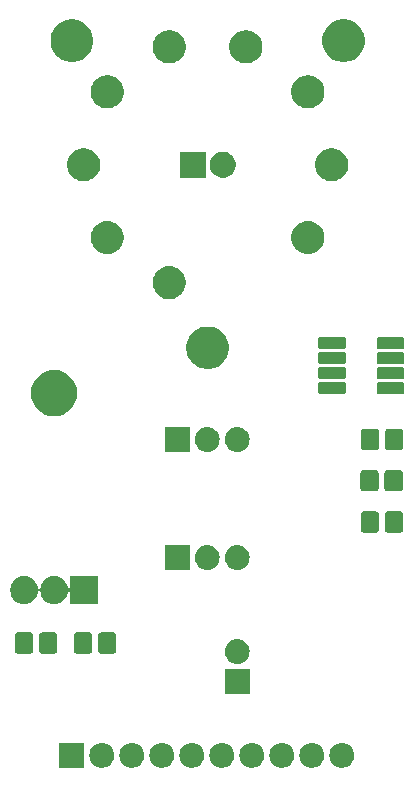
<source format=gts>
G04 #@! TF.GenerationSoftware,KiCad,Pcbnew,(5.0.2)-1*
G04 #@! TF.CreationDate,2019-04-04T16:33:41+02:00*
G04 #@! TF.ProjectId,Corona_tubeBoard,436f726f-6e61-45f7-9475-6265426f6172,1*
G04 #@! TF.SameCoordinates,Original*
G04 #@! TF.FileFunction,Soldermask,Top*
G04 #@! TF.FilePolarity,Negative*
%FSLAX46Y46*%
G04 Gerber Fmt 4.6, Leading zero omitted, Abs format (unit mm)*
G04 Created by KiCad (PCBNEW (5.0.2)-1) date 04/04/2019 16:33:41*
%MOMM*%
%LPD*%
G01*
G04 APERTURE LIST*
%ADD10C,0.100000*%
G04 APERTURE END LIST*
D10*
G36*
X30488707Y-62957597D02*
X30565836Y-62965193D01*
X30697787Y-63005220D01*
X30763763Y-63025233D01*
X30946172Y-63122733D01*
X31106054Y-63253946D01*
X31237267Y-63413828D01*
X31334767Y-63596237D01*
X31334767Y-63596238D01*
X31394807Y-63794164D01*
X31415080Y-64000000D01*
X31394807Y-64205836D01*
X31354780Y-64337787D01*
X31334767Y-64403763D01*
X31237267Y-64586172D01*
X31106054Y-64746054D01*
X30946172Y-64877267D01*
X30763763Y-64974767D01*
X30697787Y-64994780D01*
X30565836Y-65034807D01*
X30488707Y-65042404D01*
X30411580Y-65050000D01*
X30308420Y-65050000D01*
X30231293Y-65042404D01*
X30154164Y-65034807D01*
X30022213Y-64994780D01*
X29956237Y-64974767D01*
X29773828Y-64877267D01*
X29613946Y-64746054D01*
X29482733Y-64586172D01*
X29385233Y-64403763D01*
X29365220Y-64337787D01*
X29325193Y-64205836D01*
X29304920Y-64000000D01*
X29325193Y-63794164D01*
X29385233Y-63596238D01*
X29385233Y-63596237D01*
X29482733Y-63413828D01*
X29613946Y-63253946D01*
X29773828Y-63122733D01*
X29956237Y-63025233D01*
X30022213Y-63005220D01*
X30154164Y-62965193D01*
X30231293Y-62957597D01*
X30308420Y-62950000D01*
X30411580Y-62950000D01*
X30488707Y-62957597D01*
X30488707Y-62957597D01*
G37*
G36*
X27948707Y-62957597D02*
X28025836Y-62965193D01*
X28157787Y-63005220D01*
X28223763Y-63025233D01*
X28406172Y-63122733D01*
X28566054Y-63253946D01*
X28697267Y-63413828D01*
X28794767Y-63596237D01*
X28794767Y-63596238D01*
X28854807Y-63794164D01*
X28875080Y-64000000D01*
X28854807Y-64205836D01*
X28814780Y-64337787D01*
X28794767Y-64403763D01*
X28697267Y-64586172D01*
X28566054Y-64746054D01*
X28406172Y-64877267D01*
X28223763Y-64974767D01*
X28157787Y-64994780D01*
X28025836Y-65034807D01*
X27948707Y-65042404D01*
X27871580Y-65050000D01*
X27768420Y-65050000D01*
X27691293Y-65042404D01*
X27614164Y-65034807D01*
X27482213Y-64994780D01*
X27416237Y-64974767D01*
X27233828Y-64877267D01*
X27073946Y-64746054D01*
X26942733Y-64586172D01*
X26845233Y-64403763D01*
X26825220Y-64337787D01*
X26785193Y-64205836D01*
X26764920Y-64000000D01*
X26785193Y-63794164D01*
X26845233Y-63596238D01*
X26845233Y-63596237D01*
X26942733Y-63413828D01*
X27073946Y-63253946D01*
X27233828Y-63122733D01*
X27416237Y-63025233D01*
X27482213Y-63005220D01*
X27614164Y-62965193D01*
X27691293Y-62957597D01*
X27768420Y-62950000D01*
X27871580Y-62950000D01*
X27948707Y-62957597D01*
X27948707Y-62957597D01*
G37*
G36*
X25408707Y-62957597D02*
X25485836Y-62965193D01*
X25617787Y-63005220D01*
X25683763Y-63025233D01*
X25866172Y-63122733D01*
X26026054Y-63253946D01*
X26157267Y-63413828D01*
X26254767Y-63596237D01*
X26254767Y-63596238D01*
X26314807Y-63794164D01*
X26335080Y-64000000D01*
X26314807Y-64205836D01*
X26274780Y-64337787D01*
X26254767Y-64403763D01*
X26157267Y-64586172D01*
X26026054Y-64746054D01*
X25866172Y-64877267D01*
X25683763Y-64974767D01*
X25617787Y-64994780D01*
X25485836Y-65034807D01*
X25408707Y-65042404D01*
X25331580Y-65050000D01*
X25228420Y-65050000D01*
X25151293Y-65042404D01*
X25074164Y-65034807D01*
X24942213Y-64994780D01*
X24876237Y-64974767D01*
X24693828Y-64877267D01*
X24533946Y-64746054D01*
X24402733Y-64586172D01*
X24305233Y-64403763D01*
X24285220Y-64337787D01*
X24245193Y-64205836D01*
X24224920Y-64000000D01*
X24245193Y-63794164D01*
X24305233Y-63596238D01*
X24305233Y-63596237D01*
X24402733Y-63413828D01*
X24533946Y-63253946D01*
X24693828Y-63122733D01*
X24876237Y-63025233D01*
X24942213Y-63005220D01*
X25074164Y-62965193D01*
X25151293Y-62957597D01*
X25228420Y-62950000D01*
X25331580Y-62950000D01*
X25408707Y-62957597D01*
X25408707Y-62957597D01*
G37*
G36*
X22868707Y-62957597D02*
X22945836Y-62965193D01*
X23077787Y-63005220D01*
X23143763Y-63025233D01*
X23326172Y-63122733D01*
X23486054Y-63253946D01*
X23617267Y-63413828D01*
X23714767Y-63596237D01*
X23714767Y-63596238D01*
X23774807Y-63794164D01*
X23795080Y-64000000D01*
X23774807Y-64205836D01*
X23734780Y-64337787D01*
X23714767Y-64403763D01*
X23617267Y-64586172D01*
X23486054Y-64746054D01*
X23326172Y-64877267D01*
X23143763Y-64974767D01*
X23077787Y-64994780D01*
X22945836Y-65034807D01*
X22868707Y-65042404D01*
X22791580Y-65050000D01*
X22688420Y-65050000D01*
X22611293Y-65042404D01*
X22534164Y-65034807D01*
X22402213Y-64994780D01*
X22336237Y-64974767D01*
X22153828Y-64877267D01*
X21993946Y-64746054D01*
X21862733Y-64586172D01*
X21765233Y-64403763D01*
X21745220Y-64337787D01*
X21705193Y-64205836D01*
X21684920Y-64000000D01*
X21705193Y-63794164D01*
X21765233Y-63596238D01*
X21765233Y-63596237D01*
X21862733Y-63413828D01*
X21993946Y-63253946D01*
X22153828Y-63122733D01*
X22336237Y-63025233D01*
X22402213Y-63005220D01*
X22534164Y-62965193D01*
X22611293Y-62957597D01*
X22688420Y-62950000D01*
X22791580Y-62950000D01*
X22868707Y-62957597D01*
X22868707Y-62957597D01*
G37*
G36*
X20328707Y-62957597D02*
X20405836Y-62965193D01*
X20537787Y-63005220D01*
X20603763Y-63025233D01*
X20786172Y-63122733D01*
X20946054Y-63253946D01*
X21077267Y-63413828D01*
X21174767Y-63596237D01*
X21174767Y-63596238D01*
X21234807Y-63794164D01*
X21255080Y-64000000D01*
X21234807Y-64205836D01*
X21194780Y-64337787D01*
X21174767Y-64403763D01*
X21077267Y-64586172D01*
X20946054Y-64746054D01*
X20786172Y-64877267D01*
X20603763Y-64974767D01*
X20537787Y-64994780D01*
X20405836Y-65034807D01*
X20328707Y-65042404D01*
X20251580Y-65050000D01*
X20148420Y-65050000D01*
X20071293Y-65042404D01*
X19994164Y-65034807D01*
X19862213Y-64994780D01*
X19796237Y-64974767D01*
X19613828Y-64877267D01*
X19453946Y-64746054D01*
X19322733Y-64586172D01*
X19225233Y-64403763D01*
X19205220Y-64337787D01*
X19165193Y-64205836D01*
X19144920Y-64000000D01*
X19165193Y-63794164D01*
X19225233Y-63596238D01*
X19225233Y-63596237D01*
X19322733Y-63413828D01*
X19453946Y-63253946D01*
X19613828Y-63122733D01*
X19796237Y-63025233D01*
X19862213Y-63005220D01*
X19994164Y-62965193D01*
X20071293Y-62957597D01*
X20148420Y-62950000D01*
X20251580Y-62950000D01*
X20328707Y-62957597D01*
X20328707Y-62957597D01*
G37*
G36*
X17788707Y-62957597D02*
X17865836Y-62965193D01*
X17997787Y-63005220D01*
X18063763Y-63025233D01*
X18246172Y-63122733D01*
X18406054Y-63253946D01*
X18537267Y-63413828D01*
X18634767Y-63596237D01*
X18634767Y-63596238D01*
X18694807Y-63794164D01*
X18715080Y-64000000D01*
X18694807Y-64205836D01*
X18654780Y-64337787D01*
X18634767Y-64403763D01*
X18537267Y-64586172D01*
X18406054Y-64746054D01*
X18246172Y-64877267D01*
X18063763Y-64974767D01*
X17997787Y-64994780D01*
X17865836Y-65034807D01*
X17788707Y-65042404D01*
X17711580Y-65050000D01*
X17608420Y-65050000D01*
X17531293Y-65042404D01*
X17454164Y-65034807D01*
X17322213Y-64994780D01*
X17256237Y-64974767D01*
X17073828Y-64877267D01*
X16913946Y-64746054D01*
X16782733Y-64586172D01*
X16685233Y-64403763D01*
X16665220Y-64337787D01*
X16625193Y-64205836D01*
X16604920Y-64000000D01*
X16625193Y-63794164D01*
X16685233Y-63596238D01*
X16685233Y-63596237D01*
X16782733Y-63413828D01*
X16913946Y-63253946D01*
X17073828Y-63122733D01*
X17256237Y-63025233D01*
X17322213Y-63005220D01*
X17454164Y-62965193D01*
X17531293Y-62957597D01*
X17608420Y-62950000D01*
X17711580Y-62950000D01*
X17788707Y-62957597D01*
X17788707Y-62957597D01*
G37*
G36*
X15248707Y-62957597D02*
X15325836Y-62965193D01*
X15457787Y-63005220D01*
X15523763Y-63025233D01*
X15706172Y-63122733D01*
X15866054Y-63253946D01*
X15997267Y-63413828D01*
X16094767Y-63596237D01*
X16094767Y-63596238D01*
X16154807Y-63794164D01*
X16175080Y-64000000D01*
X16154807Y-64205836D01*
X16114780Y-64337787D01*
X16094767Y-64403763D01*
X15997267Y-64586172D01*
X15866054Y-64746054D01*
X15706172Y-64877267D01*
X15523763Y-64974767D01*
X15457787Y-64994780D01*
X15325836Y-65034807D01*
X15248707Y-65042404D01*
X15171580Y-65050000D01*
X15068420Y-65050000D01*
X14991293Y-65042404D01*
X14914164Y-65034807D01*
X14782213Y-64994780D01*
X14716237Y-64974767D01*
X14533828Y-64877267D01*
X14373946Y-64746054D01*
X14242733Y-64586172D01*
X14145233Y-64403763D01*
X14125220Y-64337787D01*
X14085193Y-64205836D01*
X14064920Y-64000000D01*
X14085193Y-63794164D01*
X14145233Y-63596238D01*
X14145233Y-63596237D01*
X14242733Y-63413828D01*
X14373946Y-63253946D01*
X14533828Y-63122733D01*
X14716237Y-63025233D01*
X14782213Y-63005220D01*
X14914164Y-62965193D01*
X14991293Y-62957597D01*
X15068420Y-62950000D01*
X15171580Y-62950000D01*
X15248707Y-62957597D01*
X15248707Y-62957597D01*
G37*
G36*
X12708707Y-62957597D02*
X12785836Y-62965193D01*
X12917787Y-63005220D01*
X12983763Y-63025233D01*
X13166172Y-63122733D01*
X13326054Y-63253946D01*
X13457267Y-63413828D01*
X13554767Y-63596237D01*
X13554767Y-63596238D01*
X13614807Y-63794164D01*
X13635080Y-64000000D01*
X13614807Y-64205836D01*
X13574780Y-64337787D01*
X13554767Y-64403763D01*
X13457267Y-64586172D01*
X13326054Y-64746054D01*
X13166172Y-64877267D01*
X12983763Y-64974767D01*
X12917787Y-64994780D01*
X12785836Y-65034807D01*
X12708707Y-65042404D01*
X12631580Y-65050000D01*
X12528420Y-65050000D01*
X12451293Y-65042404D01*
X12374164Y-65034807D01*
X12242213Y-64994780D01*
X12176237Y-64974767D01*
X11993828Y-64877267D01*
X11833946Y-64746054D01*
X11702733Y-64586172D01*
X11605233Y-64403763D01*
X11585220Y-64337787D01*
X11545193Y-64205836D01*
X11524920Y-64000000D01*
X11545193Y-63794164D01*
X11605233Y-63596238D01*
X11605233Y-63596237D01*
X11702733Y-63413828D01*
X11833946Y-63253946D01*
X11993828Y-63122733D01*
X12176237Y-63025233D01*
X12242213Y-63005220D01*
X12374164Y-62965193D01*
X12451293Y-62957597D01*
X12528420Y-62950000D01*
X12631580Y-62950000D01*
X12708707Y-62957597D01*
X12708707Y-62957597D01*
G37*
G36*
X10168707Y-62957597D02*
X10245836Y-62965193D01*
X10377787Y-63005220D01*
X10443763Y-63025233D01*
X10626172Y-63122733D01*
X10786054Y-63253946D01*
X10917267Y-63413828D01*
X11014767Y-63596237D01*
X11014767Y-63596238D01*
X11074807Y-63794164D01*
X11095080Y-64000000D01*
X11074807Y-64205836D01*
X11034780Y-64337787D01*
X11014767Y-64403763D01*
X10917267Y-64586172D01*
X10786054Y-64746054D01*
X10626172Y-64877267D01*
X10443763Y-64974767D01*
X10377787Y-64994780D01*
X10245836Y-65034807D01*
X10168707Y-65042404D01*
X10091580Y-65050000D01*
X9988420Y-65050000D01*
X9911293Y-65042404D01*
X9834164Y-65034807D01*
X9702213Y-64994780D01*
X9636237Y-64974767D01*
X9453828Y-64877267D01*
X9293946Y-64746054D01*
X9162733Y-64586172D01*
X9065233Y-64403763D01*
X9045220Y-64337787D01*
X9005193Y-64205836D01*
X8984920Y-64000000D01*
X9005193Y-63794164D01*
X9065233Y-63596238D01*
X9065233Y-63596237D01*
X9162733Y-63413828D01*
X9293946Y-63253946D01*
X9453828Y-63122733D01*
X9636237Y-63025233D01*
X9702213Y-63005220D01*
X9834164Y-62965193D01*
X9911293Y-62957597D01*
X9988420Y-62950000D01*
X10091580Y-62950000D01*
X10168707Y-62957597D01*
X10168707Y-62957597D01*
G37*
G36*
X8550000Y-65050000D02*
X6450000Y-65050000D01*
X6450000Y-62950000D01*
X8550000Y-62950000D01*
X8550000Y-65050000D01*
X8550000Y-65050000D01*
G37*
G36*
X22550000Y-58800000D02*
X20450000Y-58800000D01*
X20450000Y-56700000D01*
X22550000Y-56700000D01*
X22550000Y-58800000D01*
X22550000Y-58800000D01*
G37*
G36*
X21628707Y-54167596D02*
X21705836Y-54175193D01*
X21837787Y-54215220D01*
X21903763Y-54235233D01*
X22086172Y-54332733D01*
X22246054Y-54463946D01*
X22377267Y-54623828D01*
X22474767Y-54806237D01*
X22474767Y-54806238D01*
X22534807Y-55004164D01*
X22555080Y-55210000D01*
X22534807Y-55415836D01*
X22494780Y-55547787D01*
X22474767Y-55613763D01*
X22377267Y-55796172D01*
X22246054Y-55956054D01*
X22086172Y-56087267D01*
X21903763Y-56184767D01*
X21837787Y-56204780D01*
X21705836Y-56244807D01*
X21628707Y-56252403D01*
X21551580Y-56260000D01*
X21448420Y-56260000D01*
X21371293Y-56252403D01*
X21294164Y-56244807D01*
X21162213Y-56204780D01*
X21096237Y-56184767D01*
X20913828Y-56087267D01*
X20753946Y-55956054D01*
X20622733Y-55796172D01*
X20525233Y-55613763D01*
X20505220Y-55547787D01*
X20465193Y-55415836D01*
X20444920Y-55210000D01*
X20465193Y-55004164D01*
X20525233Y-54806238D01*
X20525233Y-54806237D01*
X20622733Y-54623828D01*
X20753946Y-54463946D01*
X20913828Y-54332733D01*
X21096237Y-54235233D01*
X21162213Y-54215220D01*
X21294164Y-54175193D01*
X21371293Y-54167596D01*
X21448420Y-54160000D01*
X21551580Y-54160000D01*
X21628707Y-54167596D01*
X21628707Y-54167596D01*
G37*
G36*
X4010530Y-53605710D02*
X4060379Y-53620831D01*
X4106311Y-53645382D01*
X4146574Y-53678426D01*
X4179618Y-53718689D01*
X4204169Y-53764621D01*
X4219290Y-53814470D01*
X4225000Y-53872444D01*
X4225000Y-55127556D01*
X4219290Y-55185530D01*
X4204169Y-55235379D01*
X4179618Y-55281311D01*
X4146574Y-55321574D01*
X4106311Y-55354618D01*
X4060379Y-55379169D01*
X4010530Y-55394290D01*
X3952556Y-55400000D01*
X2947444Y-55400000D01*
X2889470Y-55394290D01*
X2839621Y-55379169D01*
X2793689Y-55354618D01*
X2753426Y-55321574D01*
X2720382Y-55281311D01*
X2695831Y-55235379D01*
X2680710Y-55185530D01*
X2675000Y-55127556D01*
X2675000Y-53872444D01*
X2680710Y-53814470D01*
X2695831Y-53764621D01*
X2720382Y-53718689D01*
X2753426Y-53678426D01*
X2793689Y-53645382D01*
X2839621Y-53620831D01*
X2889470Y-53605710D01*
X2947444Y-53600000D01*
X3952556Y-53600000D01*
X4010530Y-53605710D01*
X4010530Y-53605710D01*
G37*
G36*
X6060530Y-53605710D02*
X6110379Y-53620831D01*
X6156311Y-53645382D01*
X6196574Y-53678426D01*
X6229618Y-53718689D01*
X6254169Y-53764621D01*
X6269290Y-53814470D01*
X6275000Y-53872444D01*
X6275000Y-55127556D01*
X6269290Y-55185530D01*
X6254169Y-55235379D01*
X6229618Y-55281311D01*
X6196574Y-55321574D01*
X6156311Y-55354618D01*
X6110379Y-55379169D01*
X6060530Y-55394290D01*
X6002556Y-55400000D01*
X4997444Y-55400000D01*
X4939470Y-55394290D01*
X4889621Y-55379169D01*
X4843689Y-55354618D01*
X4803426Y-55321574D01*
X4770382Y-55281311D01*
X4745831Y-55235379D01*
X4730710Y-55185530D01*
X4725000Y-55127556D01*
X4725000Y-53872444D01*
X4730710Y-53814470D01*
X4745831Y-53764621D01*
X4770382Y-53718689D01*
X4803426Y-53678426D01*
X4843689Y-53645382D01*
X4889621Y-53620831D01*
X4939470Y-53605710D01*
X4997444Y-53600000D01*
X6002556Y-53600000D01*
X6060530Y-53605710D01*
X6060530Y-53605710D01*
G37*
G36*
X11060530Y-53605710D02*
X11110379Y-53620831D01*
X11156311Y-53645382D01*
X11196574Y-53678426D01*
X11229618Y-53718689D01*
X11254169Y-53764621D01*
X11269290Y-53814470D01*
X11275000Y-53872444D01*
X11275000Y-55127556D01*
X11269290Y-55185530D01*
X11254169Y-55235379D01*
X11229618Y-55281311D01*
X11196574Y-55321574D01*
X11156311Y-55354618D01*
X11110379Y-55379169D01*
X11060530Y-55394290D01*
X11002556Y-55400000D01*
X9997444Y-55400000D01*
X9939470Y-55394290D01*
X9889621Y-55379169D01*
X9843689Y-55354618D01*
X9803426Y-55321574D01*
X9770382Y-55281311D01*
X9745831Y-55235379D01*
X9730710Y-55185530D01*
X9725000Y-55127556D01*
X9725000Y-53872444D01*
X9730710Y-53814470D01*
X9745831Y-53764621D01*
X9770382Y-53718689D01*
X9803426Y-53678426D01*
X9843689Y-53645382D01*
X9889621Y-53620831D01*
X9939470Y-53605710D01*
X9997444Y-53600000D01*
X11002556Y-53600000D01*
X11060530Y-53605710D01*
X11060530Y-53605710D01*
G37*
G36*
X9010530Y-53605710D02*
X9060379Y-53620831D01*
X9106311Y-53645382D01*
X9146574Y-53678426D01*
X9179618Y-53718689D01*
X9204169Y-53764621D01*
X9219290Y-53814470D01*
X9225000Y-53872444D01*
X9225000Y-55127556D01*
X9219290Y-55185530D01*
X9204169Y-55235379D01*
X9179618Y-55281311D01*
X9146574Y-55321574D01*
X9106311Y-55354618D01*
X9060379Y-55379169D01*
X9010530Y-55394290D01*
X8952556Y-55400000D01*
X7947444Y-55400000D01*
X7889470Y-55394290D01*
X7839621Y-55379169D01*
X7793689Y-55354618D01*
X7753426Y-55321574D01*
X7720382Y-55281311D01*
X7695831Y-55235379D01*
X7680710Y-55185530D01*
X7675000Y-55127556D01*
X7675000Y-53872444D01*
X7680710Y-53814470D01*
X7695831Y-53764621D01*
X7720382Y-53718689D01*
X7753426Y-53678426D01*
X7793689Y-53645382D01*
X7839621Y-53620831D01*
X7889470Y-53605710D01*
X7947444Y-53600000D01*
X8952556Y-53600000D01*
X9010530Y-53605710D01*
X9010530Y-53605710D01*
G37*
G36*
X6225929Y-48816676D02*
X6334553Y-48849627D01*
X6443177Y-48882577D01*
X6643395Y-48989596D01*
X6818881Y-49133613D01*
X6914898Y-49250611D01*
X6962905Y-49309108D01*
X6962906Y-49309110D01*
X7069923Y-49509324D01*
X7069923Y-49509325D01*
X7135824Y-49726571D01*
X7135824Y-49726573D01*
X7138102Y-49749702D01*
X7142883Y-49773736D01*
X7152260Y-49796375D01*
X7165874Y-49816749D01*
X7183201Y-49834076D01*
X7203576Y-49847690D01*
X7226215Y-49857068D01*
X7250248Y-49861848D01*
X7274752Y-49861848D01*
X7298786Y-49857067D01*
X7321425Y-49847690D01*
X7341799Y-49834076D01*
X7359126Y-49816749D01*
X7372740Y-49796374D01*
X7382118Y-49773735D01*
X7387500Y-49737450D01*
X7387500Y-48800000D01*
X9692500Y-48800000D01*
X9692500Y-51200000D01*
X7387500Y-51200000D01*
X7387500Y-50262551D01*
X7385098Y-50238165D01*
X7377985Y-50214716D01*
X7366434Y-50193105D01*
X7350888Y-50174163D01*
X7331946Y-50158617D01*
X7310335Y-50147066D01*
X7286886Y-50139953D01*
X7262500Y-50137551D01*
X7238114Y-50139953D01*
X7214665Y-50147066D01*
X7193054Y-50158617D01*
X7174112Y-50174163D01*
X7158566Y-50193105D01*
X7147015Y-50214716D01*
X7138102Y-50250299D01*
X7135824Y-50273428D01*
X7069923Y-50490677D01*
X6962904Y-50690895D01*
X6818887Y-50866381D01*
X6701889Y-50962398D01*
X6643392Y-51010405D01*
X6643390Y-51010406D01*
X6443176Y-51117423D01*
X6334552Y-51150373D01*
X6225928Y-51183324D01*
X6000000Y-51205576D01*
X5774071Y-51183324D01*
X5665447Y-51150373D01*
X5556823Y-51117423D01*
X5356605Y-51010404D01*
X5181119Y-50866387D01*
X5085102Y-50749389D01*
X5037095Y-50690892D01*
X4930078Y-50490677D01*
X4930077Y-50490676D01*
X4897127Y-50382052D01*
X4864176Y-50273428D01*
X4854398Y-50174151D01*
X4849617Y-50150117D01*
X4840240Y-50127478D01*
X4826626Y-50107104D01*
X4809299Y-50089777D01*
X4788924Y-50076163D01*
X4766285Y-50066785D01*
X4742252Y-50062005D01*
X4717748Y-50062005D01*
X4693714Y-50066786D01*
X4671075Y-50076163D01*
X4650701Y-50089777D01*
X4633374Y-50107104D01*
X4619760Y-50127479D01*
X4610382Y-50150118D01*
X4605602Y-50174151D01*
X4595824Y-50273428D01*
X4529923Y-50490677D01*
X4422904Y-50690895D01*
X4278887Y-50866381D01*
X4161889Y-50962398D01*
X4103392Y-51010405D01*
X4103390Y-51010406D01*
X3903176Y-51117423D01*
X3794552Y-51150373D01*
X3685928Y-51183324D01*
X3460000Y-51205576D01*
X3234071Y-51183324D01*
X3125447Y-51150373D01*
X3016823Y-51117423D01*
X2816605Y-51010404D01*
X2641119Y-50866387D01*
X2545102Y-50749389D01*
X2497095Y-50690892D01*
X2390078Y-50490677D01*
X2390077Y-50490676D01*
X2357127Y-50382052D01*
X2324176Y-50273428D01*
X2309801Y-50127478D01*
X2307500Y-50104115D01*
X2307500Y-49895884D01*
X2324176Y-49726572D01*
X2390077Y-49509323D01*
X2447280Y-49402305D01*
X2497095Y-49309107D01*
X2522921Y-49277638D01*
X2641117Y-49133616D01*
X2816606Y-48989596D01*
X3016824Y-48882577D01*
X3125448Y-48849627D01*
X3234072Y-48816676D01*
X3460000Y-48794424D01*
X3685929Y-48816676D01*
X3794553Y-48849627D01*
X3903177Y-48882577D01*
X4103395Y-48989596D01*
X4278881Y-49133613D01*
X4374898Y-49250611D01*
X4422905Y-49309108D01*
X4422906Y-49309110D01*
X4529923Y-49509324D01*
X4529923Y-49509325D01*
X4595824Y-49726571D01*
X4595824Y-49726573D01*
X4605602Y-49825849D01*
X4610383Y-49849883D01*
X4619760Y-49872522D01*
X4633374Y-49892896D01*
X4650701Y-49910223D01*
X4671076Y-49923837D01*
X4693715Y-49933215D01*
X4717748Y-49937995D01*
X4742252Y-49937995D01*
X4766286Y-49933214D01*
X4788925Y-49923837D01*
X4809299Y-49910223D01*
X4826626Y-49892896D01*
X4840240Y-49872521D01*
X4849618Y-49849882D01*
X4854398Y-49825849D01*
X4864176Y-49726572D01*
X4930077Y-49509323D01*
X4987280Y-49402305D01*
X5037095Y-49309107D01*
X5062921Y-49277638D01*
X5181117Y-49133616D01*
X5356606Y-48989596D01*
X5556824Y-48882577D01*
X5665448Y-48849627D01*
X5774072Y-48816676D01*
X6000000Y-48794424D01*
X6225929Y-48816676D01*
X6225929Y-48816676D01*
G37*
G36*
X19088707Y-46207597D02*
X19165836Y-46215193D01*
X19297787Y-46255220D01*
X19363763Y-46275233D01*
X19546172Y-46372733D01*
X19706054Y-46503946D01*
X19837267Y-46663828D01*
X19934767Y-46846237D01*
X19934767Y-46846238D01*
X19994807Y-47044164D01*
X20015080Y-47250000D01*
X19994807Y-47455836D01*
X19954780Y-47587787D01*
X19934767Y-47653763D01*
X19837267Y-47836172D01*
X19706054Y-47996054D01*
X19546172Y-48127267D01*
X19363763Y-48224767D01*
X19297787Y-48244780D01*
X19165836Y-48284807D01*
X19088707Y-48292403D01*
X19011580Y-48300000D01*
X18908420Y-48300000D01*
X18831293Y-48292403D01*
X18754164Y-48284807D01*
X18622213Y-48244780D01*
X18556237Y-48224767D01*
X18373828Y-48127267D01*
X18213946Y-47996054D01*
X18082733Y-47836172D01*
X17985233Y-47653763D01*
X17965220Y-47587787D01*
X17925193Y-47455836D01*
X17904920Y-47250000D01*
X17925193Y-47044164D01*
X17985233Y-46846238D01*
X17985233Y-46846237D01*
X18082733Y-46663828D01*
X18213946Y-46503946D01*
X18373828Y-46372733D01*
X18556237Y-46275233D01*
X18622213Y-46255220D01*
X18754164Y-46215193D01*
X18831293Y-46207597D01*
X18908420Y-46200000D01*
X19011580Y-46200000D01*
X19088707Y-46207597D01*
X19088707Y-46207597D01*
G37*
G36*
X21628707Y-46207597D02*
X21705836Y-46215193D01*
X21837787Y-46255220D01*
X21903763Y-46275233D01*
X22086172Y-46372733D01*
X22246054Y-46503946D01*
X22377267Y-46663828D01*
X22474767Y-46846237D01*
X22474767Y-46846238D01*
X22534807Y-47044164D01*
X22555080Y-47250000D01*
X22534807Y-47455836D01*
X22494780Y-47587787D01*
X22474767Y-47653763D01*
X22377267Y-47836172D01*
X22246054Y-47996054D01*
X22086172Y-48127267D01*
X21903763Y-48224767D01*
X21837787Y-48244780D01*
X21705836Y-48284807D01*
X21628707Y-48292403D01*
X21551580Y-48300000D01*
X21448420Y-48300000D01*
X21371293Y-48292403D01*
X21294164Y-48284807D01*
X21162213Y-48244780D01*
X21096237Y-48224767D01*
X20913828Y-48127267D01*
X20753946Y-47996054D01*
X20622733Y-47836172D01*
X20525233Y-47653763D01*
X20505220Y-47587787D01*
X20465193Y-47455836D01*
X20444920Y-47250000D01*
X20465193Y-47044164D01*
X20525233Y-46846238D01*
X20525233Y-46846237D01*
X20622733Y-46663828D01*
X20753946Y-46503946D01*
X20913828Y-46372733D01*
X21096237Y-46275233D01*
X21162213Y-46255220D01*
X21294164Y-46215193D01*
X21371293Y-46207597D01*
X21448420Y-46200000D01*
X21551580Y-46200000D01*
X21628707Y-46207597D01*
X21628707Y-46207597D01*
G37*
G36*
X17470000Y-48300000D02*
X15370000Y-48300000D01*
X15370000Y-46200000D01*
X17470000Y-46200000D01*
X17470000Y-48300000D01*
X17470000Y-48300000D01*
G37*
G36*
X33285530Y-43355710D02*
X33335379Y-43370831D01*
X33381311Y-43395382D01*
X33421574Y-43428426D01*
X33454618Y-43468689D01*
X33479169Y-43514621D01*
X33494290Y-43564470D01*
X33500000Y-43622444D01*
X33500000Y-44877556D01*
X33494290Y-44935530D01*
X33479169Y-44985379D01*
X33454618Y-45031311D01*
X33421574Y-45071574D01*
X33381311Y-45104618D01*
X33335379Y-45129169D01*
X33285530Y-45144290D01*
X33227556Y-45150000D01*
X32222444Y-45150000D01*
X32164470Y-45144290D01*
X32114621Y-45129169D01*
X32068689Y-45104618D01*
X32028426Y-45071574D01*
X31995382Y-45031311D01*
X31970831Y-44985379D01*
X31955710Y-44935530D01*
X31950000Y-44877556D01*
X31950000Y-43622444D01*
X31955710Y-43564470D01*
X31970831Y-43514621D01*
X31995382Y-43468689D01*
X32028426Y-43428426D01*
X32068689Y-43395382D01*
X32114621Y-43370831D01*
X32164470Y-43355710D01*
X32222444Y-43350000D01*
X33227556Y-43350000D01*
X33285530Y-43355710D01*
X33285530Y-43355710D01*
G37*
G36*
X35335530Y-43355710D02*
X35385379Y-43370831D01*
X35431311Y-43395382D01*
X35471574Y-43428426D01*
X35504618Y-43468689D01*
X35529169Y-43514621D01*
X35544290Y-43564470D01*
X35550000Y-43622444D01*
X35550000Y-44877556D01*
X35544290Y-44935530D01*
X35529169Y-44985379D01*
X35504618Y-45031311D01*
X35471574Y-45071574D01*
X35431311Y-45104618D01*
X35385379Y-45129169D01*
X35335530Y-45144290D01*
X35277556Y-45150000D01*
X34272444Y-45150000D01*
X34214470Y-45144290D01*
X34164621Y-45129169D01*
X34118689Y-45104618D01*
X34078426Y-45071574D01*
X34045382Y-45031311D01*
X34020831Y-44985379D01*
X34005710Y-44935530D01*
X34000000Y-44877556D01*
X34000000Y-43622444D01*
X34005710Y-43564470D01*
X34020831Y-43514621D01*
X34045382Y-43468689D01*
X34078426Y-43428426D01*
X34118689Y-43395382D01*
X34164621Y-43370831D01*
X34214470Y-43355710D01*
X34272444Y-43350000D01*
X35277556Y-43350000D01*
X35335530Y-43355710D01*
X35335530Y-43355710D01*
G37*
G36*
X35310530Y-39855710D02*
X35360379Y-39870831D01*
X35406311Y-39895382D01*
X35446574Y-39928426D01*
X35479618Y-39968689D01*
X35504169Y-40014621D01*
X35519290Y-40064470D01*
X35525000Y-40122444D01*
X35525000Y-41377556D01*
X35519290Y-41435530D01*
X35504169Y-41485379D01*
X35479618Y-41531311D01*
X35446574Y-41571574D01*
X35406311Y-41604618D01*
X35360379Y-41629169D01*
X35310530Y-41644290D01*
X35252556Y-41650000D01*
X34247444Y-41650000D01*
X34189470Y-41644290D01*
X34139621Y-41629169D01*
X34093689Y-41604618D01*
X34053426Y-41571574D01*
X34020382Y-41531311D01*
X33995831Y-41485379D01*
X33980710Y-41435530D01*
X33975000Y-41377556D01*
X33975000Y-40122444D01*
X33980710Y-40064470D01*
X33995831Y-40014621D01*
X34020382Y-39968689D01*
X34053426Y-39928426D01*
X34093689Y-39895382D01*
X34139621Y-39870831D01*
X34189470Y-39855710D01*
X34247444Y-39850000D01*
X35252556Y-39850000D01*
X35310530Y-39855710D01*
X35310530Y-39855710D01*
G37*
G36*
X33260530Y-39855710D02*
X33310379Y-39870831D01*
X33356311Y-39895382D01*
X33396574Y-39928426D01*
X33429618Y-39968689D01*
X33454169Y-40014621D01*
X33469290Y-40064470D01*
X33475000Y-40122444D01*
X33475000Y-41377556D01*
X33469290Y-41435530D01*
X33454169Y-41485379D01*
X33429618Y-41531311D01*
X33396574Y-41571574D01*
X33356311Y-41604618D01*
X33310379Y-41629169D01*
X33260530Y-41644290D01*
X33202556Y-41650000D01*
X32197444Y-41650000D01*
X32139470Y-41644290D01*
X32089621Y-41629169D01*
X32043689Y-41604618D01*
X32003426Y-41571574D01*
X31970382Y-41531311D01*
X31945831Y-41485379D01*
X31930710Y-41435530D01*
X31925000Y-41377556D01*
X31925000Y-40122444D01*
X31930710Y-40064470D01*
X31945831Y-40014621D01*
X31970382Y-39968689D01*
X32003426Y-39928426D01*
X32043689Y-39895382D01*
X32089621Y-39870831D01*
X32139470Y-39855710D01*
X32197444Y-39850000D01*
X33202556Y-39850000D01*
X33260530Y-39855710D01*
X33260530Y-39855710D01*
G37*
G36*
X17470000Y-38300000D02*
X15370000Y-38300000D01*
X15370000Y-36200000D01*
X17470000Y-36200000D01*
X17470000Y-38300000D01*
X17470000Y-38300000D01*
G37*
G36*
X19088707Y-36207597D02*
X19165836Y-36215193D01*
X19297787Y-36255220D01*
X19363763Y-36275233D01*
X19546172Y-36372733D01*
X19706054Y-36503946D01*
X19837267Y-36663828D01*
X19934767Y-36846237D01*
X19934767Y-36846238D01*
X19994807Y-37044164D01*
X20015080Y-37250000D01*
X19994807Y-37455836D01*
X19954780Y-37587787D01*
X19934767Y-37653763D01*
X19837267Y-37836172D01*
X19706054Y-37996054D01*
X19546172Y-38127267D01*
X19363763Y-38224767D01*
X19297787Y-38244780D01*
X19165836Y-38284807D01*
X19088707Y-38292403D01*
X19011580Y-38300000D01*
X18908420Y-38300000D01*
X18831293Y-38292403D01*
X18754164Y-38284807D01*
X18622213Y-38244780D01*
X18556237Y-38224767D01*
X18373828Y-38127267D01*
X18213946Y-37996054D01*
X18082733Y-37836172D01*
X17985233Y-37653763D01*
X17965220Y-37587787D01*
X17925193Y-37455836D01*
X17904920Y-37250000D01*
X17925193Y-37044164D01*
X17985233Y-36846238D01*
X17985233Y-36846237D01*
X18082733Y-36663828D01*
X18213946Y-36503946D01*
X18373828Y-36372733D01*
X18556237Y-36275233D01*
X18622213Y-36255220D01*
X18754164Y-36215193D01*
X18831293Y-36207597D01*
X18908420Y-36200000D01*
X19011580Y-36200000D01*
X19088707Y-36207597D01*
X19088707Y-36207597D01*
G37*
G36*
X21628707Y-36207597D02*
X21705836Y-36215193D01*
X21837787Y-36255220D01*
X21903763Y-36275233D01*
X22086172Y-36372733D01*
X22246054Y-36503946D01*
X22377267Y-36663828D01*
X22474767Y-36846237D01*
X22474767Y-36846238D01*
X22534807Y-37044164D01*
X22555080Y-37250000D01*
X22534807Y-37455836D01*
X22494780Y-37587787D01*
X22474767Y-37653763D01*
X22377267Y-37836172D01*
X22246054Y-37996054D01*
X22086172Y-38127267D01*
X21903763Y-38224767D01*
X21837787Y-38244780D01*
X21705836Y-38284807D01*
X21628707Y-38292403D01*
X21551580Y-38300000D01*
X21448420Y-38300000D01*
X21371293Y-38292403D01*
X21294164Y-38284807D01*
X21162213Y-38244780D01*
X21096237Y-38224767D01*
X20913828Y-38127267D01*
X20753946Y-37996054D01*
X20622733Y-37836172D01*
X20525233Y-37653763D01*
X20505220Y-37587787D01*
X20465193Y-37455836D01*
X20444920Y-37250000D01*
X20465193Y-37044164D01*
X20525233Y-36846238D01*
X20525233Y-36846237D01*
X20622733Y-36663828D01*
X20753946Y-36503946D01*
X20913828Y-36372733D01*
X21096237Y-36275233D01*
X21162213Y-36255220D01*
X21294164Y-36215193D01*
X21371293Y-36207597D01*
X21448420Y-36200000D01*
X21551580Y-36200000D01*
X21628707Y-36207597D01*
X21628707Y-36207597D01*
G37*
G36*
X35360530Y-36355710D02*
X35410379Y-36370831D01*
X35456311Y-36395382D01*
X35496574Y-36428426D01*
X35529618Y-36468689D01*
X35554169Y-36514621D01*
X35569290Y-36564470D01*
X35575000Y-36622444D01*
X35575000Y-37877556D01*
X35569290Y-37935530D01*
X35554169Y-37985379D01*
X35529618Y-38031311D01*
X35496574Y-38071574D01*
X35456311Y-38104618D01*
X35410379Y-38129169D01*
X35360530Y-38144290D01*
X35302556Y-38150000D01*
X34297444Y-38150000D01*
X34239470Y-38144290D01*
X34189621Y-38129169D01*
X34143689Y-38104618D01*
X34103426Y-38071574D01*
X34070382Y-38031311D01*
X34045831Y-37985379D01*
X34030710Y-37935530D01*
X34025000Y-37877556D01*
X34025000Y-36622444D01*
X34030710Y-36564470D01*
X34045831Y-36514621D01*
X34070382Y-36468689D01*
X34103426Y-36428426D01*
X34143689Y-36395382D01*
X34189621Y-36370831D01*
X34239470Y-36355710D01*
X34297444Y-36350000D01*
X35302556Y-36350000D01*
X35360530Y-36355710D01*
X35360530Y-36355710D01*
G37*
G36*
X33310530Y-36355710D02*
X33360379Y-36370831D01*
X33406311Y-36395382D01*
X33446574Y-36428426D01*
X33479618Y-36468689D01*
X33504169Y-36514621D01*
X33519290Y-36564470D01*
X33525000Y-36622444D01*
X33525000Y-37877556D01*
X33519290Y-37935530D01*
X33504169Y-37985379D01*
X33479618Y-38031311D01*
X33446574Y-38071574D01*
X33406311Y-38104618D01*
X33360379Y-38129169D01*
X33310530Y-38144290D01*
X33252556Y-38150000D01*
X32247444Y-38150000D01*
X32189470Y-38144290D01*
X32139621Y-38129169D01*
X32093689Y-38104618D01*
X32053426Y-38071574D01*
X32020382Y-38031311D01*
X31995831Y-37985379D01*
X31980710Y-37935530D01*
X31975000Y-37877556D01*
X31975000Y-36622444D01*
X31980710Y-36564470D01*
X31995831Y-36514621D01*
X32020382Y-36468689D01*
X32053426Y-36428426D01*
X32093689Y-36395382D01*
X32139621Y-36370831D01*
X32189470Y-36355710D01*
X32247444Y-36350000D01*
X33252556Y-36350000D01*
X33310530Y-36355710D01*
X33310530Y-36355710D01*
G37*
G36*
X6382263Y-31418214D02*
X6382266Y-31418215D01*
X6382267Y-31418215D01*
X6749843Y-31529718D01*
X7088604Y-31710789D01*
X7385530Y-31954470D01*
X7629211Y-32251396D01*
X7810282Y-32590157D01*
X7829952Y-32655000D01*
X7921786Y-32957737D01*
X7959435Y-33340000D01*
X7921786Y-33722263D01*
X7921785Y-33722266D01*
X7921785Y-33722267D01*
X7810282Y-34089843D01*
X7629211Y-34428604D01*
X7385530Y-34725530D01*
X7088604Y-34969211D01*
X6749843Y-35150282D01*
X6382267Y-35261785D01*
X6382266Y-35261785D01*
X6382263Y-35261786D01*
X6095799Y-35290000D01*
X5904201Y-35290000D01*
X5617737Y-35261786D01*
X5617734Y-35261785D01*
X5617733Y-35261785D01*
X5250157Y-35150282D01*
X4911396Y-34969211D01*
X4614470Y-34725530D01*
X4370789Y-34428604D01*
X4189718Y-34089843D01*
X4078215Y-33722267D01*
X4078215Y-33722266D01*
X4078214Y-33722263D01*
X4040565Y-33340000D01*
X4078214Y-32957737D01*
X4170048Y-32655000D01*
X4189718Y-32590157D01*
X4370789Y-32251396D01*
X4614470Y-31954470D01*
X4911396Y-31710789D01*
X5250157Y-31529718D01*
X5617733Y-31418215D01*
X5617734Y-31418215D01*
X5617737Y-31418214D01*
X5904201Y-31390000D01*
X6095799Y-31390000D01*
X6382263Y-31418214D01*
X6382263Y-31418214D01*
G37*
G36*
X30548960Y-32409196D02*
X30584023Y-32419832D01*
X30616332Y-32437102D01*
X30644655Y-32460345D01*
X30667898Y-32488668D01*
X30685168Y-32520977D01*
X30695804Y-32556040D01*
X30700000Y-32598641D01*
X30700000Y-33211359D01*
X30695804Y-33253960D01*
X30685168Y-33289023D01*
X30667898Y-33321332D01*
X30644655Y-33349655D01*
X30616332Y-33372898D01*
X30584023Y-33390168D01*
X30548960Y-33400804D01*
X30506359Y-33405000D01*
X28543641Y-33405000D01*
X28501040Y-33400804D01*
X28465977Y-33390168D01*
X28433668Y-33372898D01*
X28405345Y-33349655D01*
X28382102Y-33321332D01*
X28364832Y-33289023D01*
X28354196Y-33253960D01*
X28350000Y-33211359D01*
X28350000Y-32598641D01*
X28354196Y-32556040D01*
X28364832Y-32520977D01*
X28382102Y-32488668D01*
X28405345Y-32460345D01*
X28433668Y-32437102D01*
X28465977Y-32419832D01*
X28501040Y-32409196D01*
X28543641Y-32405000D01*
X30506359Y-32405000D01*
X30548960Y-32409196D01*
X30548960Y-32409196D01*
G37*
G36*
X35498960Y-32409196D02*
X35534023Y-32419832D01*
X35566332Y-32437102D01*
X35594655Y-32460345D01*
X35617898Y-32488668D01*
X35635168Y-32520977D01*
X35645804Y-32556040D01*
X35650000Y-32598641D01*
X35650000Y-33211359D01*
X35645804Y-33253960D01*
X35635168Y-33289023D01*
X35617898Y-33321332D01*
X35594655Y-33349655D01*
X35566332Y-33372898D01*
X35534023Y-33390168D01*
X35498960Y-33400804D01*
X35456359Y-33405000D01*
X33493641Y-33405000D01*
X33451040Y-33400804D01*
X33415977Y-33390168D01*
X33383668Y-33372898D01*
X33355345Y-33349655D01*
X33332102Y-33321332D01*
X33314832Y-33289023D01*
X33304196Y-33253960D01*
X33300000Y-33211359D01*
X33300000Y-32598641D01*
X33304196Y-32556040D01*
X33314832Y-32520977D01*
X33332102Y-32488668D01*
X33355345Y-32460345D01*
X33383668Y-32437102D01*
X33415977Y-32419832D01*
X33451040Y-32409196D01*
X33493641Y-32405000D01*
X35456359Y-32405000D01*
X35498960Y-32409196D01*
X35498960Y-32409196D01*
G37*
G36*
X30548960Y-31139196D02*
X30584023Y-31149832D01*
X30616332Y-31167102D01*
X30644655Y-31190345D01*
X30667898Y-31218668D01*
X30685168Y-31250977D01*
X30695804Y-31286040D01*
X30700000Y-31328641D01*
X30700000Y-31941359D01*
X30695804Y-31983960D01*
X30685168Y-32019023D01*
X30667898Y-32051332D01*
X30644655Y-32079655D01*
X30616332Y-32102898D01*
X30584023Y-32120168D01*
X30548960Y-32130804D01*
X30506359Y-32135000D01*
X28543641Y-32135000D01*
X28501040Y-32130804D01*
X28465977Y-32120168D01*
X28433668Y-32102898D01*
X28405345Y-32079655D01*
X28382102Y-32051332D01*
X28364832Y-32019023D01*
X28354196Y-31983960D01*
X28350000Y-31941359D01*
X28350000Y-31328641D01*
X28354196Y-31286040D01*
X28364832Y-31250977D01*
X28382102Y-31218668D01*
X28405345Y-31190345D01*
X28433668Y-31167102D01*
X28465977Y-31149832D01*
X28501040Y-31139196D01*
X28543641Y-31135000D01*
X30506359Y-31135000D01*
X30548960Y-31139196D01*
X30548960Y-31139196D01*
G37*
G36*
X35498960Y-31139196D02*
X35534023Y-31149832D01*
X35566332Y-31167102D01*
X35594655Y-31190345D01*
X35617898Y-31218668D01*
X35635168Y-31250977D01*
X35645804Y-31286040D01*
X35650000Y-31328641D01*
X35650000Y-31941359D01*
X35645804Y-31983960D01*
X35635168Y-32019023D01*
X35617898Y-32051332D01*
X35594655Y-32079655D01*
X35566332Y-32102898D01*
X35534023Y-32120168D01*
X35498960Y-32130804D01*
X35456359Y-32135000D01*
X33493641Y-32135000D01*
X33451040Y-32130804D01*
X33415977Y-32120168D01*
X33383668Y-32102898D01*
X33355345Y-32079655D01*
X33332102Y-32051332D01*
X33314832Y-32019023D01*
X33304196Y-31983960D01*
X33300000Y-31941359D01*
X33300000Y-31328641D01*
X33304196Y-31286040D01*
X33314832Y-31250977D01*
X33332102Y-31218668D01*
X33355345Y-31190345D01*
X33383668Y-31167102D01*
X33415977Y-31149832D01*
X33451040Y-31139196D01*
X33493641Y-31135000D01*
X35456359Y-31135000D01*
X35498960Y-31139196D01*
X35498960Y-31139196D01*
G37*
G36*
X19409122Y-27746115D02*
X19525041Y-27769173D01*
X19852620Y-27904861D01*
X20143511Y-28099228D01*
X20147436Y-28101851D01*
X20398149Y-28352564D01*
X20398151Y-28352567D01*
X20581590Y-28627102D01*
X20595140Y-28647382D01*
X20730827Y-28974960D01*
X20800000Y-29322714D01*
X20800000Y-29677286D01*
X20759711Y-29879832D01*
X20730827Y-30025041D01*
X20634881Y-30256674D01*
X20595140Y-30352618D01*
X20398149Y-30647436D01*
X20147436Y-30898149D01*
X20147433Y-30898151D01*
X19852620Y-31095139D01*
X19525041Y-31230827D01*
X19448223Y-31246107D01*
X19177286Y-31300000D01*
X18822714Y-31300000D01*
X18551777Y-31246107D01*
X18474959Y-31230827D01*
X18147380Y-31095139D01*
X17852567Y-30898151D01*
X17852564Y-30898149D01*
X17601851Y-30647436D01*
X17404860Y-30352618D01*
X17365119Y-30256674D01*
X17269173Y-30025041D01*
X17240289Y-29879832D01*
X17200000Y-29677286D01*
X17200000Y-29322714D01*
X17269173Y-28974960D01*
X17404860Y-28647382D01*
X17418411Y-28627102D01*
X17601849Y-28352567D01*
X17601851Y-28352564D01*
X17852564Y-28101851D01*
X17856489Y-28099228D01*
X18147380Y-27904861D01*
X18474959Y-27769173D01*
X18590878Y-27746115D01*
X18822714Y-27700000D01*
X19177286Y-27700000D01*
X19409122Y-27746115D01*
X19409122Y-27746115D01*
G37*
G36*
X35498960Y-29869196D02*
X35534023Y-29879832D01*
X35566332Y-29897102D01*
X35594655Y-29920345D01*
X35617898Y-29948668D01*
X35635168Y-29980977D01*
X35645804Y-30016040D01*
X35650000Y-30058641D01*
X35650000Y-30671359D01*
X35645804Y-30713960D01*
X35635168Y-30749023D01*
X35617898Y-30781332D01*
X35594655Y-30809655D01*
X35566332Y-30832898D01*
X35534023Y-30850168D01*
X35498960Y-30860804D01*
X35456359Y-30865000D01*
X33493641Y-30865000D01*
X33451040Y-30860804D01*
X33415977Y-30850168D01*
X33383668Y-30832898D01*
X33355345Y-30809655D01*
X33332102Y-30781332D01*
X33314832Y-30749023D01*
X33304196Y-30713960D01*
X33300000Y-30671359D01*
X33300000Y-30058641D01*
X33304196Y-30016040D01*
X33314832Y-29980977D01*
X33332102Y-29948668D01*
X33355345Y-29920345D01*
X33383668Y-29897102D01*
X33415977Y-29879832D01*
X33451040Y-29869196D01*
X33493641Y-29865000D01*
X35456359Y-29865000D01*
X35498960Y-29869196D01*
X35498960Y-29869196D01*
G37*
G36*
X30548960Y-29869196D02*
X30584023Y-29879832D01*
X30616332Y-29897102D01*
X30644655Y-29920345D01*
X30667898Y-29948668D01*
X30685168Y-29980977D01*
X30695804Y-30016040D01*
X30700000Y-30058641D01*
X30700000Y-30671359D01*
X30695804Y-30713960D01*
X30685168Y-30749023D01*
X30667898Y-30781332D01*
X30644655Y-30809655D01*
X30616332Y-30832898D01*
X30584023Y-30850168D01*
X30548960Y-30860804D01*
X30506359Y-30865000D01*
X28543641Y-30865000D01*
X28501040Y-30860804D01*
X28465977Y-30850168D01*
X28433668Y-30832898D01*
X28405345Y-30809655D01*
X28382102Y-30781332D01*
X28364832Y-30749023D01*
X28354196Y-30713960D01*
X28350000Y-30671359D01*
X28350000Y-30058641D01*
X28354196Y-30016040D01*
X28364832Y-29980977D01*
X28382102Y-29948668D01*
X28405345Y-29920345D01*
X28433668Y-29897102D01*
X28465977Y-29879832D01*
X28501040Y-29869196D01*
X28543641Y-29865000D01*
X30506359Y-29865000D01*
X30548960Y-29869196D01*
X30548960Y-29869196D01*
G37*
G36*
X35498960Y-28599196D02*
X35534023Y-28609832D01*
X35566332Y-28627102D01*
X35594655Y-28650345D01*
X35617898Y-28678668D01*
X35635168Y-28710977D01*
X35645804Y-28746040D01*
X35650000Y-28788641D01*
X35650000Y-29401359D01*
X35645804Y-29443960D01*
X35635168Y-29479023D01*
X35617898Y-29511332D01*
X35594655Y-29539655D01*
X35566332Y-29562898D01*
X35534023Y-29580168D01*
X35498960Y-29590804D01*
X35456359Y-29595000D01*
X33493641Y-29595000D01*
X33451040Y-29590804D01*
X33415977Y-29580168D01*
X33383668Y-29562898D01*
X33355345Y-29539655D01*
X33332102Y-29511332D01*
X33314832Y-29479023D01*
X33304196Y-29443960D01*
X33300000Y-29401359D01*
X33300000Y-28788641D01*
X33304196Y-28746040D01*
X33314832Y-28710977D01*
X33332102Y-28678668D01*
X33355345Y-28650345D01*
X33383668Y-28627102D01*
X33415977Y-28609832D01*
X33451040Y-28599196D01*
X33493641Y-28595000D01*
X35456359Y-28595000D01*
X35498960Y-28599196D01*
X35498960Y-28599196D01*
G37*
G36*
X30548960Y-28599196D02*
X30584023Y-28609832D01*
X30616332Y-28627102D01*
X30644655Y-28650345D01*
X30667898Y-28678668D01*
X30685168Y-28710977D01*
X30695804Y-28746040D01*
X30700000Y-28788641D01*
X30700000Y-29401359D01*
X30695804Y-29443960D01*
X30685168Y-29479023D01*
X30667898Y-29511332D01*
X30644655Y-29539655D01*
X30616332Y-29562898D01*
X30584023Y-29580168D01*
X30548960Y-29590804D01*
X30506359Y-29595000D01*
X28543641Y-29595000D01*
X28501040Y-29590804D01*
X28465977Y-29580168D01*
X28433668Y-29562898D01*
X28405345Y-29539655D01*
X28382102Y-29511332D01*
X28364832Y-29479023D01*
X28354196Y-29443960D01*
X28350000Y-29401359D01*
X28350000Y-28788641D01*
X28354196Y-28746040D01*
X28364832Y-28710977D01*
X28382102Y-28678668D01*
X28405345Y-28650345D01*
X28433668Y-28627102D01*
X28465977Y-28609832D01*
X28501040Y-28599196D01*
X28543641Y-28595000D01*
X30506359Y-28595000D01*
X30548960Y-28599196D01*
X30548960Y-28599196D01*
G37*
G36*
X16029328Y-22612739D02*
X16164458Y-22639618D01*
X16419038Y-22745068D01*
X16646610Y-22897127D01*
X16648157Y-22898161D01*
X16842999Y-23093003D01*
X16843001Y-23093006D01*
X16996092Y-23322122D01*
X17101542Y-23576702D01*
X17155300Y-23846962D01*
X17155300Y-24122518D01*
X17101542Y-24392778D01*
X16996092Y-24647358D01*
X16844033Y-24874930D01*
X16842999Y-24876477D01*
X16648157Y-25071319D01*
X16648154Y-25071321D01*
X16419038Y-25224412D01*
X16164458Y-25329862D01*
X16029328Y-25356741D01*
X15894199Y-25383620D01*
X15618641Y-25383620D01*
X15483512Y-25356741D01*
X15348382Y-25329862D01*
X15093802Y-25224412D01*
X14864686Y-25071321D01*
X14864683Y-25071319D01*
X14669841Y-24876477D01*
X14668807Y-24874930D01*
X14516748Y-24647358D01*
X14411298Y-24392778D01*
X14357540Y-24122518D01*
X14357540Y-23846962D01*
X14411298Y-23576702D01*
X14516748Y-23322122D01*
X14669839Y-23093006D01*
X14669841Y-23093003D01*
X14864683Y-22898161D01*
X14866230Y-22897127D01*
X15093802Y-22745068D01*
X15348382Y-22639618D01*
X15483512Y-22612739D01*
X15618641Y-22585860D01*
X15894199Y-22585860D01*
X16029328Y-22612739D01*
X16029328Y-22612739D01*
G37*
G36*
X10779148Y-18797659D02*
X10914278Y-18824538D01*
X11168858Y-18929988D01*
X11396430Y-19082047D01*
X11397977Y-19083081D01*
X11592819Y-19277923D01*
X11592821Y-19277926D01*
X11745912Y-19507042D01*
X11851362Y-19761622D01*
X11905120Y-20031882D01*
X11905120Y-20307438D01*
X11851362Y-20577698D01*
X11745912Y-20832278D01*
X11593853Y-21059850D01*
X11592819Y-21061397D01*
X11397977Y-21256239D01*
X11397974Y-21256241D01*
X11168858Y-21409332D01*
X10914278Y-21514782D01*
X10779148Y-21541661D01*
X10644019Y-21568540D01*
X10368461Y-21568540D01*
X10233332Y-21541661D01*
X10098202Y-21514782D01*
X9843622Y-21409332D01*
X9614506Y-21256241D01*
X9614503Y-21256239D01*
X9419661Y-21061397D01*
X9418627Y-21059850D01*
X9266568Y-20832278D01*
X9161118Y-20577698D01*
X9107360Y-20307438D01*
X9107360Y-20031882D01*
X9161118Y-19761622D01*
X9266568Y-19507042D01*
X9419659Y-19277926D01*
X9419661Y-19277923D01*
X9614503Y-19083081D01*
X9616050Y-19082047D01*
X9843622Y-18929988D01*
X10098202Y-18824538D01*
X10233332Y-18797659D01*
X10368461Y-18770780D01*
X10644019Y-18770780D01*
X10779148Y-18797659D01*
X10779148Y-18797659D01*
G37*
G36*
X27766668Y-18797659D02*
X27901798Y-18824538D01*
X28156378Y-18929988D01*
X28383950Y-19082047D01*
X28385497Y-19083081D01*
X28580339Y-19277923D01*
X28580341Y-19277926D01*
X28733432Y-19507042D01*
X28838882Y-19761622D01*
X28892640Y-20031882D01*
X28892640Y-20307438D01*
X28838882Y-20577698D01*
X28733432Y-20832278D01*
X28581373Y-21059850D01*
X28580339Y-21061397D01*
X28385497Y-21256239D01*
X28385494Y-21256241D01*
X28156378Y-21409332D01*
X27901798Y-21514782D01*
X27766668Y-21541661D01*
X27631539Y-21568540D01*
X27355981Y-21568540D01*
X27220852Y-21541661D01*
X27085722Y-21514782D01*
X26831142Y-21409332D01*
X26602026Y-21256241D01*
X26602023Y-21256239D01*
X26407181Y-21061397D01*
X26406147Y-21059850D01*
X26254088Y-20832278D01*
X26148638Y-20577698D01*
X26094880Y-20307438D01*
X26094880Y-20031882D01*
X26148638Y-19761622D01*
X26254088Y-19507042D01*
X26407179Y-19277926D01*
X26407181Y-19277923D01*
X26602023Y-19083081D01*
X26603570Y-19082047D01*
X26831142Y-18929988D01*
X27085722Y-18824538D01*
X27220852Y-18797659D01*
X27355981Y-18770780D01*
X27631539Y-18770780D01*
X27766668Y-18797659D01*
X27766668Y-18797659D01*
G37*
G36*
X8775088Y-12627999D02*
X8910218Y-12654878D01*
X9164798Y-12760328D01*
X9373831Y-12900000D01*
X9393917Y-12913421D01*
X9588759Y-13108263D01*
X9588761Y-13108266D01*
X9741852Y-13337382D01*
X9847302Y-13591962D01*
X9901060Y-13862222D01*
X9901060Y-14137778D01*
X9847302Y-14408038D01*
X9741852Y-14662618D01*
X9613692Y-14854422D01*
X9588759Y-14891737D01*
X9393917Y-15086579D01*
X9393914Y-15086581D01*
X9164798Y-15239672D01*
X8910218Y-15345122D01*
X8775088Y-15372001D01*
X8639959Y-15398880D01*
X8364401Y-15398880D01*
X8229272Y-15372001D01*
X8094142Y-15345122D01*
X7839562Y-15239672D01*
X7610446Y-15086581D01*
X7610443Y-15086579D01*
X7415601Y-14891737D01*
X7390668Y-14854422D01*
X7262508Y-14662618D01*
X7157058Y-14408038D01*
X7103300Y-14137778D01*
X7103300Y-13862222D01*
X7157058Y-13591962D01*
X7262508Y-13337382D01*
X7415599Y-13108266D01*
X7415601Y-13108263D01*
X7610443Y-12913421D01*
X7630529Y-12900000D01*
X7839562Y-12760328D01*
X8094142Y-12654878D01*
X8229272Y-12627999D01*
X8364401Y-12601120D01*
X8639959Y-12601120D01*
X8775088Y-12627999D01*
X8775088Y-12627999D01*
G37*
G36*
X29770728Y-12627999D02*
X29905858Y-12654878D01*
X30160438Y-12760328D01*
X30369471Y-12900000D01*
X30389557Y-12913421D01*
X30584399Y-13108263D01*
X30584401Y-13108266D01*
X30737492Y-13337382D01*
X30842942Y-13591962D01*
X30896700Y-13862222D01*
X30896700Y-14137778D01*
X30842942Y-14408038D01*
X30737492Y-14662618D01*
X30609332Y-14854422D01*
X30584399Y-14891737D01*
X30389557Y-15086579D01*
X30389554Y-15086581D01*
X30160438Y-15239672D01*
X29905858Y-15345122D01*
X29770728Y-15372001D01*
X29635599Y-15398880D01*
X29360041Y-15398880D01*
X29224912Y-15372001D01*
X29089782Y-15345122D01*
X28835202Y-15239672D01*
X28606086Y-15086581D01*
X28606083Y-15086579D01*
X28411241Y-14891737D01*
X28386308Y-14854422D01*
X28258148Y-14662618D01*
X28152698Y-14408038D01*
X28098940Y-14137778D01*
X28098940Y-13862222D01*
X28152698Y-13591962D01*
X28258148Y-13337382D01*
X28411239Y-13108266D01*
X28411241Y-13108263D01*
X28606083Y-12913421D01*
X28626169Y-12900000D01*
X28835202Y-12760328D01*
X29089782Y-12654878D01*
X29224912Y-12627999D01*
X29360041Y-12601120D01*
X29635599Y-12601120D01*
X29770728Y-12627999D01*
X29770728Y-12627999D01*
G37*
G36*
X18850000Y-15100000D02*
X16650000Y-15100000D01*
X16650000Y-12900000D01*
X18850000Y-12900000D01*
X18850000Y-15100000D01*
X18850000Y-15100000D01*
G37*
G36*
X20610857Y-12942272D02*
X20811042Y-13025191D01*
X20811045Y-13025193D01*
X20935368Y-13108263D01*
X20991213Y-13145578D01*
X21144422Y-13298787D01*
X21144424Y-13298790D01*
X21144425Y-13298791D01*
X21170211Y-13337383D01*
X21264809Y-13478958D01*
X21347728Y-13679143D01*
X21390000Y-13891658D01*
X21390000Y-14108342D01*
X21347728Y-14320857D01*
X21264809Y-14521042D01*
X21264807Y-14521045D01*
X21170211Y-14662618D01*
X21144422Y-14701213D01*
X20991213Y-14854422D01*
X20991210Y-14854424D01*
X20991209Y-14854425D01*
X20811045Y-14974807D01*
X20811042Y-14974809D01*
X20610857Y-15057728D01*
X20398342Y-15100000D01*
X20181658Y-15100000D01*
X19969143Y-15057728D01*
X19768958Y-14974809D01*
X19768955Y-14974807D01*
X19588791Y-14854425D01*
X19588790Y-14854424D01*
X19588787Y-14854422D01*
X19435578Y-14701213D01*
X19409790Y-14662618D01*
X19315193Y-14521045D01*
X19315191Y-14521042D01*
X19232272Y-14320857D01*
X19190000Y-14108342D01*
X19190000Y-13891658D01*
X19232272Y-13679143D01*
X19315191Y-13478958D01*
X19409789Y-13337383D01*
X19435575Y-13298791D01*
X19435576Y-13298790D01*
X19435578Y-13298787D01*
X19588787Y-13145578D01*
X19644633Y-13108263D01*
X19768955Y-13025193D01*
X19768958Y-13025191D01*
X19969143Y-12942272D01*
X20181658Y-12900000D01*
X20398342Y-12900000D01*
X20610857Y-12942272D01*
X20610857Y-12942272D01*
G37*
G36*
X10779148Y-6458339D02*
X10914278Y-6485218D01*
X11168858Y-6590668D01*
X11396430Y-6742727D01*
X11397977Y-6743761D01*
X11592819Y-6938603D01*
X11592821Y-6938606D01*
X11745912Y-7167722D01*
X11851362Y-7422302D01*
X11905120Y-7692562D01*
X11905120Y-7968118D01*
X11851362Y-8238378D01*
X11745912Y-8492958D01*
X11593853Y-8720530D01*
X11592819Y-8722077D01*
X11397977Y-8916919D01*
X11397974Y-8916921D01*
X11168858Y-9070012D01*
X10914278Y-9175462D01*
X10779148Y-9202341D01*
X10644019Y-9229220D01*
X10368461Y-9229220D01*
X10233332Y-9202341D01*
X10098202Y-9175462D01*
X9843622Y-9070012D01*
X9614506Y-8916921D01*
X9614503Y-8916919D01*
X9419661Y-8722077D01*
X9418627Y-8720530D01*
X9266568Y-8492958D01*
X9161118Y-8238378D01*
X9107360Y-7968118D01*
X9107360Y-7692562D01*
X9161118Y-7422302D01*
X9266568Y-7167722D01*
X9419659Y-6938606D01*
X9419661Y-6938603D01*
X9614503Y-6743761D01*
X9616050Y-6742727D01*
X9843622Y-6590668D01*
X10098202Y-6485218D01*
X10233332Y-6458339D01*
X10368461Y-6431460D01*
X10644019Y-6431460D01*
X10779148Y-6458339D01*
X10779148Y-6458339D01*
G37*
G36*
X27766668Y-6458339D02*
X27901798Y-6485218D01*
X28156378Y-6590668D01*
X28383950Y-6742727D01*
X28385497Y-6743761D01*
X28580339Y-6938603D01*
X28580341Y-6938606D01*
X28733432Y-7167722D01*
X28838882Y-7422302D01*
X28892640Y-7692562D01*
X28892640Y-7968118D01*
X28838882Y-8238378D01*
X28733432Y-8492958D01*
X28581373Y-8720530D01*
X28580339Y-8722077D01*
X28385497Y-8916919D01*
X28385494Y-8916921D01*
X28156378Y-9070012D01*
X27901798Y-9175462D01*
X27766668Y-9202341D01*
X27631539Y-9229220D01*
X27355981Y-9229220D01*
X27220852Y-9202341D01*
X27085722Y-9175462D01*
X26831142Y-9070012D01*
X26602026Y-8916921D01*
X26602023Y-8916919D01*
X26407181Y-8722077D01*
X26406147Y-8720530D01*
X26254088Y-8492958D01*
X26148638Y-8238378D01*
X26094880Y-7968118D01*
X26094880Y-7692562D01*
X26148638Y-7422302D01*
X26254088Y-7167722D01*
X26407179Y-6938606D01*
X26407181Y-6938603D01*
X26602023Y-6743761D01*
X26603570Y-6742727D01*
X26831142Y-6590668D01*
X27085722Y-6485218D01*
X27220852Y-6458339D01*
X27355981Y-6431460D01*
X27631539Y-6431460D01*
X27766668Y-6458339D01*
X27766668Y-6458339D01*
G37*
G36*
X22516488Y-2643259D02*
X22651618Y-2670138D01*
X22906198Y-2775588D01*
X23133770Y-2927647D01*
X23135317Y-2928681D01*
X23330159Y-3123523D01*
X23330161Y-3123526D01*
X23483252Y-3352642D01*
X23588702Y-3607222D01*
X23642460Y-3877482D01*
X23642460Y-4153038D01*
X23588702Y-4423298D01*
X23483252Y-4677878D01*
X23336071Y-4898149D01*
X23330159Y-4906997D01*
X23135317Y-5101839D01*
X23135314Y-5101841D01*
X22906198Y-5254932D01*
X22651618Y-5360382D01*
X22516488Y-5387261D01*
X22381359Y-5414140D01*
X22105801Y-5414140D01*
X21970672Y-5387261D01*
X21835542Y-5360382D01*
X21580962Y-5254932D01*
X21351846Y-5101841D01*
X21351843Y-5101839D01*
X21157001Y-4906997D01*
X21151089Y-4898149D01*
X21003908Y-4677878D01*
X20898458Y-4423298D01*
X20844700Y-4153038D01*
X20844700Y-3877482D01*
X20898458Y-3607222D01*
X21003908Y-3352642D01*
X21156999Y-3123526D01*
X21157001Y-3123523D01*
X21351843Y-2928681D01*
X21353390Y-2927647D01*
X21580962Y-2775588D01*
X21835542Y-2670138D01*
X21970672Y-2643259D01*
X22105801Y-2616380D01*
X22381359Y-2616380D01*
X22516488Y-2643259D01*
X22516488Y-2643259D01*
G37*
G36*
X16029328Y-2643259D02*
X16164458Y-2670138D01*
X16419038Y-2775588D01*
X16646610Y-2927647D01*
X16648157Y-2928681D01*
X16842999Y-3123523D01*
X16843001Y-3123526D01*
X16996092Y-3352642D01*
X17101542Y-3607222D01*
X17155300Y-3877482D01*
X17155300Y-4153038D01*
X17101542Y-4423298D01*
X16996092Y-4677878D01*
X16848911Y-4898149D01*
X16842999Y-4906997D01*
X16648157Y-5101839D01*
X16648154Y-5101841D01*
X16419038Y-5254932D01*
X16164458Y-5360382D01*
X16029328Y-5387261D01*
X15894199Y-5414140D01*
X15618641Y-5414140D01*
X15483512Y-5387261D01*
X15348382Y-5360382D01*
X15093802Y-5254932D01*
X14864686Y-5101841D01*
X14864683Y-5101839D01*
X14669841Y-4906997D01*
X14663929Y-4898149D01*
X14516748Y-4677878D01*
X14411298Y-4423298D01*
X14357540Y-4153038D01*
X14357540Y-3877482D01*
X14411298Y-3607222D01*
X14516748Y-3352642D01*
X14669839Y-3123526D01*
X14669841Y-3123523D01*
X14864683Y-2928681D01*
X14866230Y-2927647D01*
X15093802Y-2775588D01*
X15348382Y-2670138D01*
X15483512Y-2643259D01*
X15618641Y-2616380D01*
X15894199Y-2616380D01*
X16029328Y-2643259D01*
X16029328Y-2643259D01*
G37*
G36*
X7909122Y-1746115D02*
X8025041Y-1769173D01*
X8352620Y-1904861D01*
X8643511Y-2099228D01*
X8647436Y-2101851D01*
X8898149Y-2352564D01*
X9095140Y-2647382D01*
X9230827Y-2974960D01*
X9300000Y-3322714D01*
X9300000Y-3677286D01*
X9230827Y-4025040D01*
X9095140Y-4352618D01*
X8898149Y-4647436D01*
X8647436Y-4898149D01*
X8647433Y-4898151D01*
X8352620Y-5095139D01*
X8025041Y-5230827D01*
X7909122Y-5253885D01*
X7677286Y-5300000D01*
X7322714Y-5300000D01*
X7090878Y-5253885D01*
X6974959Y-5230827D01*
X6647380Y-5095139D01*
X6352567Y-4898151D01*
X6352564Y-4898149D01*
X6101851Y-4647436D01*
X5904860Y-4352618D01*
X5769173Y-4025040D01*
X5700000Y-3677286D01*
X5700000Y-3322714D01*
X5769173Y-2974960D01*
X5904860Y-2647382D01*
X6101851Y-2352564D01*
X6352564Y-2101851D01*
X6356489Y-2099228D01*
X6647380Y-1904861D01*
X6974959Y-1769173D01*
X7090878Y-1746115D01*
X7322714Y-1700000D01*
X7677286Y-1700000D01*
X7909122Y-1746115D01*
X7909122Y-1746115D01*
G37*
G36*
X30909122Y-1746115D02*
X31025041Y-1769173D01*
X31352620Y-1904861D01*
X31643511Y-2099228D01*
X31647436Y-2101851D01*
X31898149Y-2352564D01*
X32095140Y-2647382D01*
X32230827Y-2974960D01*
X32300000Y-3322714D01*
X32300000Y-3677286D01*
X32230827Y-4025040D01*
X32095140Y-4352618D01*
X31898149Y-4647436D01*
X31647436Y-4898149D01*
X31647433Y-4898151D01*
X31352620Y-5095139D01*
X31025041Y-5230827D01*
X30909122Y-5253885D01*
X30677286Y-5300000D01*
X30322714Y-5300000D01*
X30090878Y-5253885D01*
X29974959Y-5230827D01*
X29647380Y-5095139D01*
X29352567Y-4898151D01*
X29352564Y-4898149D01*
X29101851Y-4647436D01*
X28904860Y-4352618D01*
X28769173Y-4025040D01*
X28700000Y-3677286D01*
X28700000Y-3322714D01*
X28769173Y-2974960D01*
X28904860Y-2647382D01*
X29101851Y-2352564D01*
X29352564Y-2101851D01*
X29356489Y-2099228D01*
X29647380Y-1904861D01*
X29974959Y-1769173D01*
X30090878Y-1746115D01*
X30322714Y-1700000D01*
X30677286Y-1700000D01*
X30909122Y-1746115D01*
X30909122Y-1746115D01*
G37*
M02*

</source>
